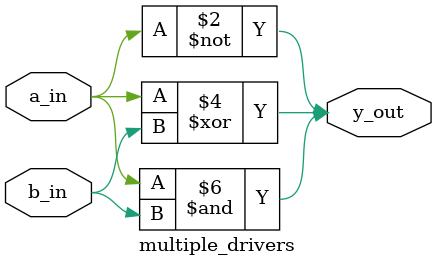
<source format=v>
`timescale 1ns / 1ps


module multiple_drivers(
                       input a_in,b_in,
                       output reg y_out
                        );
                always@* y_out=~a_in;
               // begin
               // y_out=~a_in;
               // end
                always@*
                begin
                y_out = a_in^b_in;
                end
                always@* 
                begin
                y_out = a_in&b_in;
                end
             
                    
endmodule

</source>
